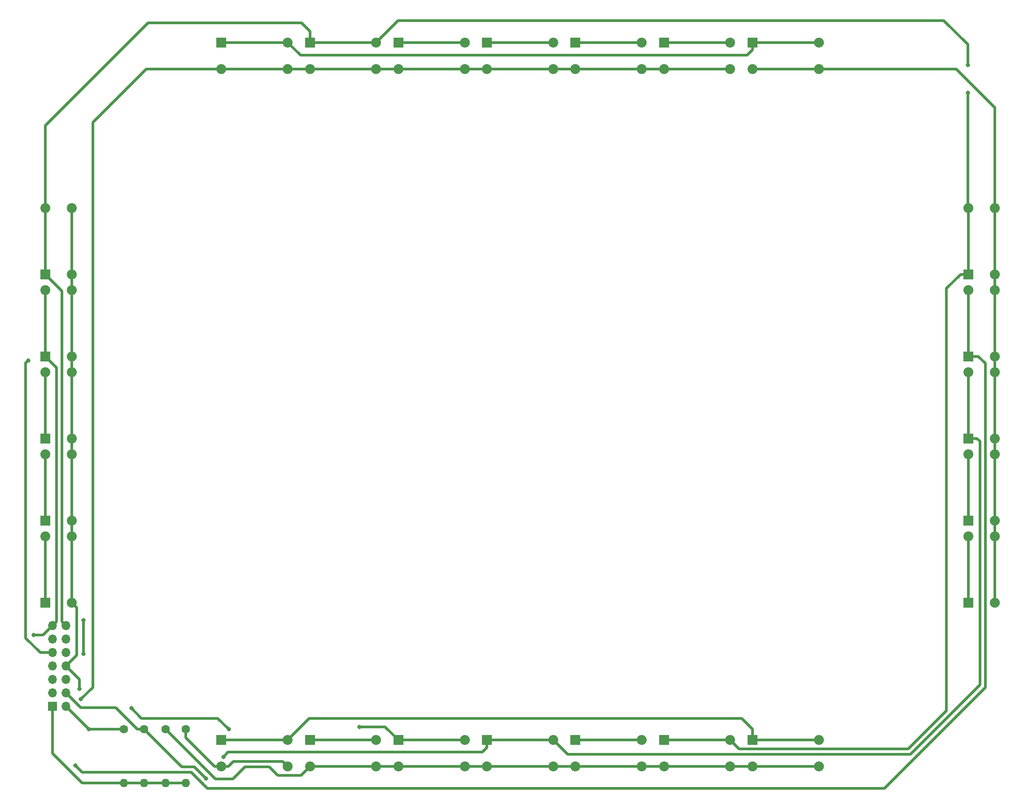
<source format=gbr>
%TF.GenerationSoftware,KiCad,Pcbnew,(5.1.9)-1*%
%TF.CreationDate,2021-01-20T11:54:18+01:00*%
%TF.ProjectId,mfd-pcb,6d66642d-7063-4622-9e6b-696361645f70,0.1*%
%TF.SameCoordinates,Original*%
%TF.FileFunction,Copper,L1,Top*%
%TF.FilePolarity,Positive*%
%FSLAX46Y46*%
G04 Gerber Fmt 4.6, Leading zero omitted, Abs format (unit mm)*
G04 Created by KiCad (PCBNEW (5.1.9)-1) date 2021-01-20 11:54:18*
%MOMM*%
%LPD*%
G01*
G04 APERTURE LIST*
%TA.AperFunction,ComponentPad*%
%ADD10R,1.875000X1.875000*%
%TD*%
%TA.AperFunction,ComponentPad*%
%ADD11C,1.875000*%
%TD*%
%TA.AperFunction,ComponentPad*%
%ADD12O,1.700000X1.700000*%
%TD*%
%TA.AperFunction,ComponentPad*%
%ADD13R,1.700000X1.700000*%
%TD*%
%TA.AperFunction,ComponentPad*%
%ADD14O,1.600000X1.600000*%
%TD*%
%TA.AperFunction,ComponentPad*%
%ADD15C,1.600000*%
%TD*%
%TA.AperFunction,ViaPad*%
%ADD16C,0.800000*%
%TD*%
%TA.AperFunction,Conductor*%
%ADD17C,0.500000*%
%TD*%
G04 APERTURE END LIST*
D10*
%TO.P,S22,1*%
%TO.N,/Column2*%
X128192538Y-146021118D03*
D11*
%TO.P,S22,3*%
%TO.N,/Row3*%
X133192538Y-146021118D03*
%TO.P,S22,2*%
%TO.N,/Column2*%
X128192538Y-133521118D03*
%TO.P,S22,4*%
%TO.N,/Row3*%
X133192538Y-133521118D03*
%TD*%
D12*
%TO.P,J0,14*%
%TO.N,/Column1*%
X132080000Y-181356000D03*
%TO.P,J0,13*%
%TO.N,/Column3*%
X129540000Y-181356000D03*
%TO.P,J0,12*%
%TO.N,/Column4*%
X132080000Y-183896000D03*
%TO.P,J0,11*%
%TO.N,/Column2*%
X129540000Y-183896000D03*
%TO.P,J0,10*%
%TO.N,/Column5*%
X132080000Y-186436000D03*
%TO.P,J0,9*%
%TO.N,/Column0*%
X129540000Y-186436000D03*
%TO.P,J0,8*%
%TO.N,/Row3*%
X132080000Y-188976000D03*
%TO.P,J0,7*%
%TO.N,Net-(J0-Pad7)*%
X129540000Y-188976000D03*
%TO.P,J0,6*%
%TO.N,/Row2*%
X132080000Y-191516000D03*
%TO.P,J0,5*%
%TO.N,Net-(J0-Pad5)*%
X129540000Y-191516000D03*
%TO.P,J0,4*%
%TO.N,/Row1*%
X132080000Y-194056000D03*
%TO.P,J0,3*%
%TO.N,Net-(J0-Pad3)*%
X129540000Y-194056000D03*
%TO.P,J0,2*%
%TO.N,/Row0*%
X132080000Y-196596000D03*
D13*
%TO.P,J0,1*%
%TO.N,GND*%
X129540000Y-196596000D03*
%TD*%
D14*
%TO.P,R3,2*%
%TO.N,GND*%
X154686000Y-211074000D03*
D15*
%TO.P,R3,1*%
%TO.N,/Row3*%
X154686000Y-200914000D03*
%TD*%
D14*
%TO.P,R2,2*%
%TO.N,GND*%
X150876000Y-211074000D03*
D15*
%TO.P,R2,1*%
%TO.N,/Row2*%
X150876000Y-200914000D03*
%TD*%
D14*
%TO.P,R1,2*%
%TO.N,GND*%
X146812000Y-211074000D03*
D15*
%TO.P,R1,1*%
%TO.N,/Row1*%
X146812000Y-200914000D03*
%TD*%
D14*
%TO.P,R0,2*%
%TO.N,GND*%
X143002000Y-211074000D03*
D15*
%TO.P,R0,1*%
%TO.N,/Row0*%
X143002000Y-200914000D03*
%TD*%
D10*
%TO.P,S19,1*%
%TO.N,/Column5*%
X128192538Y-177021118D03*
D11*
%TO.P,S19,3*%
%TO.N,/Row3*%
X133192538Y-177021118D03*
%TO.P,S19,2*%
%TO.N,/Column5*%
X128192538Y-164521118D03*
%TO.P,S19,4*%
%TO.N,/Row3*%
X133192538Y-164521118D03*
%TD*%
D10*
%TO.P,S10,1*%
%TO.N,/Column4*%
X302392563Y-161521118D03*
D11*
%TO.P,S10,3*%
%TO.N,/Row1*%
X307392563Y-161521118D03*
%TO.P,S10,2*%
%TO.N,/Column4*%
X302392563Y-149021118D03*
%TO.P,S10,4*%
%TO.N,/Row1*%
X307392563Y-149021118D03*
%TD*%
D10*
%TO.P,S0,1*%
%TO.N,/Column0*%
X161442538Y-71241118D03*
D11*
%TO.P,S0,3*%
%TO.N,/Row0*%
X161442538Y-76241118D03*
%TO.P,S0,2*%
%TO.N,/Column0*%
X173942538Y-71241118D03*
%TO.P,S0,4*%
%TO.N,/Row0*%
X173942538Y-76241118D03*
%TD*%
D10*
%TO.P,S2,1*%
%TO.N,/Column2*%
X194842538Y-71241118D03*
D11*
%TO.P,S2,3*%
%TO.N,/Row0*%
X194842538Y-76241118D03*
%TO.P,S2,2*%
%TO.N,/Column2*%
X207342538Y-71241118D03*
%TO.P,S2,4*%
%TO.N,/Row0*%
X207342538Y-76241118D03*
%TD*%
D10*
%TO.P,S6,1*%
%TO.N,/Column0*%
X261642538Y-71241118D03*
D11*
%TO.P,S6,3*%
%TO.N,/Row1*%
X261642538Y-76241118D03*
%TO.P,S6,2*%
%TO.N,/Column0*%
X274142538Y-71241118D03*
%TO.P,S6,4*%
%TO.N,/Row1*%
X274142538Y-76241118D03*
%TD*%
D10*
%TO.P,S8,1*%
%TO.N,/Column2*%
X302392563Y-130521118D03*
D11*
%TO.P,S8,3*%
%TO.N,/Row1*%
X307392563Y-130521118D03*
%TO.P,S8,2*%
%TO.N,/Column2*%
X302392563Y-118021118D03*
%TO.P,S8,4*%
%TO.N,/Row1*%
X307392563Y-118021118D03*
%TD*%
D10*
%TO.P,S9,1*%
%TO.N,/Column3*%
X302392563Y-146021118D03*
D11*
%TO.P,S9,3*%
%TO.N,/Row1*%
X307392563Y-146021118D03*
%TO.P,S9,2*%
%TO.N,/Column3*%
X302392563Y-133521118D03*
%TO.P,S9,4*%
%TO.N,/Row1*%
X307392563Y-133521118D03*
%TD*%
D10*
%TO.P,S11,1*%
%TO.N,/Column5*%
X302392563Y-177021118D03*
D11*
%TO.P,S11,3*%
%TO.N,/Row1*%
X307392563Y-177021118D03*
%TO.P,S11,2*%
%TO.N,/Column5*%
X302392563Y-164521118D03*
%TO.P,S11,4*%
%TO.N,/Row1*%
X307392563Y-164521118D03*
%TD*%
D10*
%TO.P,S12,1*%
%TO.N,/Column0*%
X261642538Y-202971118D03*
D11*
%TO.P,S12,3*%
%TO.N,/Row2*%
X261642538Y-207971118D03*
%TO.P,S12,2*%
%TO.N,/Column0*%
X274142538Y-202971118D03*
%TO.P,S12,4*%
%TO.N,/Row2*%
X274142538Y-207971118D03*
%TD*%
D10*
%TO.P,S7,1*%
%TO.N,/Column1*%
X302392563Y-115021118D03*
D11*
%TO.P,S7,3*%
%TO.N,/Row1*%
X307392563Y-115021118D03*
%TO.P,S7,2*%
%TO.N,/Column1*%
X302392563Y-102521118D03*
%TO.P,S7,4*%
%TO.N,/Row1*%
X307392563Y-102521118D03*
%TD*%
D10*
%TO.P,S13,1*%
%TO.N,/Column1*%
X244942538Y-202971118D03*
D11*
%TO.P,S13,3*%
%TO.N,/Row2*%
X244942538Y-207971118D03*
%TO.P,S13,2*%
%TO.N,/Column1*%
X257442538Y-202971118D03*
%TO.P,S13,4*%
%TO.N,/Row2*%
X257442538Y-207971118D03*
%TD*%
D10*
%TO.P,S3,1*%
%TO.N,/Column3*%
X211542538Y-71241118D03*
D11*
%TO.P,S3,3*%
%TO.N,/Row0*%
X211542538Y-76241118D03*
%TO.P,S3,2*%
%TO.N,/Column3*%
X224042538Y-71241118D03*
%TO.P,S3,4*%
%TO.N,/Row0*%
X224042538Y-76241118D03*
%TD*%
D10*
%TO.P,S4,1*%
%TO.N,/Column4*%
X228242538Y-71241118D03*
D11*
%TO.P,S4,3*%
%TO.N,/Row0*%
X228242538Y-76241118D03*
%TO.P,S4,2*%
%TO.N,/Column4*%
X240742538Y-71241118D03*
%TO.P,S4,4*%
%TO.N,/Row0*%
X240742538Y-76241118D03*
%TD*%
D10*
%TO.P,S5,1*%
%TO.N,/Column5*%
X244942538Y-71241118D03*
D11*
%TO.P,S5,3*%
%TO.N,/Row0*%
X244942538Y-76241118D03*
%TO.P,S5,2*%
%TO.N,/Column5*%
X257442538Y-71241118D03*
%TO.P,S5,4*%
%TO.N,/Row0*%
X257442538Y-76241118D03*
%TD*%
D10*
%TO.P,S1,1*%
%TO.N,/Column1*%
X178142538Y-71241118D03*
D11*
%TO.P,S1,3*%
%TO.N,/Row0*%
X178142538Y-76241118D03*
%TO.P,S1,2*%
%TO.N,/Column1*%
X190642538Y-71241118D03*
%TO.P,S1,4*%
%TO.N,/Row0*%
X190642538Y-76241118D03*
%TD*%
D10*
%TO.P,S20,1*%
%TO.N,/Column4*%
X128192538Y-161521118D03*
D11*
%TO.P,S20,3*%
%TO.N,/Row3*%
X133192538Y-161521118D03*
%TO.P,S20,2*%
%TO.N,/Column4*%
X128192538Y-149021118D03*
%TO.P,S20,4*%
%TO.N,/Row3*%
X133192538Y-149021118D03*
%TD*%
D10*
%TO.P,S15,1*%
%TO.N,/Column3*%
X211542538Y-202971118D03*
D11*
%TO.P,S15,3*%
%TO.N,/Row2*%
X211542538Y-207971118D03*
%TO.P,S15,2*%
%TO.N,/Column3*%
X224042538Y-202971118D03*
%TO.P,S15,4*%
%TO.N,/Row2*%
X224042538Y-207971118D03*
%TD*%
D10*
%TO.P,S21,1*%
%TO.N,/Column3*%
X128192538Y-130521118D03*
D11*
%TO.P,S21,3*%
%TO.N,/Row3*%
X133192538Y-130521118D03*
%TO.P,S21,2*%
%TO.N,/Column3*%
X128192538Y-118021118D03*
%TO.P,S21,4*%
%TO.N,/Row3*%
X133192538Y-118021118D03*
%TD*%
D10*
%TO.P,S14,1*%
%TO.N,/Column2*%
X228242538Y-202971118D03*
D11*
%TO.P,S14,3*%
%TO.N,/Row2*%
X228242538Y-207971118D03*
%TO.P,S14,2*%
%TO.N,/Column2*%
X240742538Y-202971118D03*
%TO.P,S14,4*%
%TO.N,/Row2*%
X240742538Y-207971118D03*
%TD*%
D10*
%TO.P,S17,1*%
%TO.N,/Column5*%
X178142538Y-202971118D03*
D11*
%TO.P,S17,3*%
%TO.N,/Row2*%
X178142538Y-207971118D03*
%TO.P,S17,2*%
%TO.N,/Column5*%
X190642538Y-202971118D03*
%TO.P,S17,4*%
%TO.N,/Row2*%
X190642538Y-207971118D03*
%TD*%
D10*
%TO.P,S16,1*%
%TO.N,/Column4*%
X194842538Y-202971118D03*
D11*
%TO.P,S16,3*%
%TO.N,/Row2*%
X194842538Y-207971118D03*
%TO.P,S16,2*%
%TO.N,/Column4*%
X207342538Y-202971118D03*
%TO.P,S16,4*%
%TO.N,/Row2*%
X207342538Y-207971118D03*
%TD*%
D10*
%TO.P,S18,1*%
%TO.N,/Column0*%
X161442538Y-202971118D03*
D11*
%TO.P,S18,3*%
%TO.N,/Row3*%
X161442538Y-207971118D03*
%TO.P,S18,2*%
%TO.N,/Column0*%
X173942538Y-202971118D03*
%TO.P,S18,4*%
%TO.N,/Row3*%
X173942538Y-207971118D03*
%TD*%
D10*
%TO.P,S23,1*%
%TO.N,/Column1*%
X128192538Y-115021118D03*
D11*
%TO.P,S23,3*%
%TO.N,/Row3*%
X133192538Y-115021118D03*
%TO.P,S23,2*%
%TO.N,/Column1*%
X128192538Y-102521118D03*
%TO.P,S23,4*%
%TO.N,/Row3*%
X133192538Y-102521118D03*
%TD*%
D16*
%TO.N,/Column0*%
X124968000Y-131318000D03*
%TO.N,/Row0*%
X136398000Y-200914000D03*
X134929008Y-195229354D03*
%TO.N,/Column1*%
X302260000Y-75488800D03*
X302260000Y-80746600D03*
%TO.N,/Column2*%
X133858000Y-207772000D03*
%TO.N,/Column3*%
X161797992Y-206128000D03*
X125984000Y-183134000D03*
%TO.N,/Column4*%
X187452000Y-200446117D03*
X135382000Y-186690000D03*
X135382000Y-180340000D03*
%TO.N,/Column5*%
X162814000Y-200914000D03*
X144450180Y-196925820D03*
%TO.N,/Row1*%
X158549181Y-210258819D03*
%TO.N,/Row3*%
X134620000Y-193294000D03*
%TD*%
D17*
%TO.N,/Column0*%
X161442538Y-71241118D02*
X173942538Y-71241118D01*
X261642538Y-71241118D02*
X274142538Y-71241118D01*
X274142538Y-202971118D02*
X261642538Y-202971118D01*
X173942538Y-202971118D02*
X161442538Y-202971118D01*
X127254000Y-186436000D02*
X129540000Y-186436000D01*
X124517537Y-183699537D02*
X127254000Y-186436000D01*
X124517537Y-131768463D02*
X124517537Y-183699537D01*
X124968000Y-131318000D02*
X124517537Y-131768463D01*
X261642538Y-72621462D02*
X261642538Y-71241118D01*
X260604000Y-73660000D02*
X261642538Y-72621462D01*
X176361420Y-73660000D02*
X260604000Y-73660000D01*
X173942538Y-71241118D02*
X176361420Y-73660000D01*
X178031656Y-198882000D02*
X173942538Y-202971118D01*
X259588000Y-198882000D02*
X178031656Y-198882000D01*
X261642538Y-200936538D02*
X259588000Y-198882000D01*
X261642538Y-202971118D02*
X261642538Y-200936538D01*
%TO.N,/Row0*%
X257442538Y-76241118D02*
X244942538Y-76241118D01*
X217609536Y-76241118D02*
X161442538Y-76241118D01*
X244942538Y-76241118D02*
X217609536Y-76241118D01*
X136398000Y-200914000D02*
X132080000Y-196596000D01*
X143002000Y-200914000D02*
X136398000Y-200914000D01*
X137160000Y-93472000D02*
X137160000Y-94113272D01*
X137160000Y-192998362D02*
X137160000Y-93472000D01*
X134929008Y-195229354D02*
X137160000Y-192998362D01*
X137160000Y-86360000D02*
X137160000Y-93472000D01*
X147278882Y-76241118D02*
X137160000Y-86360000D01*
X161442538Y-76241118D02*
X147278882Y-76241118D01*
%TO.N,/Column1*%
X178142538Y-71241118D02*
X190642538Y-71241118D01*
X128192538Y-115021118D02*
X128192538Y-102521118D01*
X302392563Y-115021118D02*
X302392563Y-102521118D01*
X257442538Y-202971118D02*
X244942538Y-202971118D01*
X302285400Y-80772000D02*
X302260000Y-80746600D01*
X302285400Y-102413955D02*
X302285400Y-80772000D01*
X302392563Y-102521118D02*
X302285400Y-102413955D01*
X300955063Y-115021118D02*
X298267573Y-117708608D01*
X302392563Y-115021118D02*
X300955063Y-115021118D01*
X298267573Y-186507573D02*
X298267573Y-187126427D01*
X298267573Y-117708608D02*
X298267573Y-186507573D01*
X128192538Y-115021118D02*
X131318000Y-118146580D01*
X259130038Y-204658618D02*
X291005154Y-204658618D01*
X257442538Y-202971118D02*
X259130038Y-204658618D01*
X291005154Y-204658618D02*
X298267573Y-197396199D01*
X298267573Y-197396199D02*
X298267573Y-186507573D01*
X178142538Y-69176538D02*
X178142538Y-71241118D01*
X176532117Y-67566117D02*
X178142538Y-69176538D01*
X147571883Y-67566117D02*
X176532117Y-67566117D01*
X128192538Y-86945462D02*
X147571883Y-67566117D01*
X128192538Y-102521118D02*
X128192538Y-86945462D01*
X302260000Y-71628000D02*
X302260000Y-75488800D01*
X297748128Y-67116128D02*
X302260000Y-71628000D01*
X194767528Y-67116128D02*
X297748128Y-67116128D01*
X190642538Y-71241118D02*
X194767528Y-67116128D01*
X131318000Y-180594000D02*
X132080000Y-181356000D01*
X131318000Y-118146580D02*
X131318000Y-180594000D01*
%TO.N,/Column2*%
X194842538Y-71241118D02*
X207342538Y-71241118D01*
X128192538Y-146021118D02*
X128192538Y-133521118D01*
X302392563Y-130521118D02*
X302392563Y-118021118D01*
X240742538Y-202971118D02*
X228242538Y-202971118D01*
X135128000Y-209042000D02*
X133858000Y-207772000D01*
X155706001Y-209042000D02*
X135128000Y-209042000D01*
X158754001Y-212090000D02*
X155706001Y-209042000D01*
X286512000Y-212090000D02*
X158754001Y-212090000D01*
X305562000Y-193040000D02*
X286512000Y-212090000D01*
X305562000Y-131826000D02*
X305562000Y-193040000D01*
X304257118Y-130521118D02*
X305562000Y-131826000D01*
X302392563Y-130521118D02*
X304257118Y-130521118D01*
%TO.N,/Column3*%
X211542538Y-71241118D02*
X224042538Y-71241118D01*
X128192538Y-130521118D02*
X128192538Y-118021118D01*
X302392563Y-146021118D02*
X302392563Y-133521118D01*
X224042538Y-202971118D02*
X211542538Y-202971118D01*
X162693992Y-205232000D02*
X161797992Y-206128000D01*
X210719156Y-205232000D02*
X162693992Y-205232000D01*
X211542538Y-204408618D02*
X210719156Y-205232000D01*
X211542538Y-202971118D02*
X211542538Y-204408618D01*
X130302000Y-180594000D02*
X129540000Y-181356000D01*
X130302000Y-132630580D02*
X130302000Y-180594000D01*
X128192538Y-130521118D02*
X130302000Y-132630580D01*
X129540000Y-181356000D02*
X127762000Y-183134000D01*
X127762000Y-183134000D02*
X125984000Y-183134000D01*
X304546000Y-146558000D02*
X304009118Y-146021118D01*
X304546000Y-192532000D02*
X304546000Y-146558000D01*
X291419371Y-205658629D02*
X304546000Y-192532000D01*
X304009118Y-146021118D02*
X302392563Y-146021118D01*
X226730049Y-205658629D02*
X291419371Y-205658629D01*
X224042538Y-202971118D02*
X226730049Y-205658629D01*
%TO.N,/Column4*%
X228242538Y-71241118D02*
X240742538Y-71241118D01*
X128192538Y-161521118D02*
X128192538Y-149021118D01*
X302392563Y-161521118D02*
X302392563Y-149021118D01*
X207342538Y-202971118D02*
X194842538Y-202971118D01*
X192317537Y-200446117D02*
X187452000Y-200446117D01*
X194842538Y-202971118D02*
X192317537Y-200446117D01*
X135382000Y-186690000D02*
X135382000Y-180340000D01*
%TO.N,/Column5*%
X244942538Y-71241118D02*
X257442538Y-71241118D01*
X128192538Y-177021118D02*
X128192538Y-164521118D01*
X302392563Y-177021118D02*
X302392563Y-164521118D01*
X190642538Y-202971118D02*
X178142538Y-202971118D01*
X162814000Y-200914000D02*
X160746488Y-198846488D01*
X160746488Y-198846488D02*
X146370848Y-198846488D01*
X146370848Y-198846488D02*
X144450180Y-196925820D01*
%TO.N,/Row1*%
X274142538Y-76241118D02*
X262016718Y-76241118D01*
X262016718Y-76241118D02*
X261642538Y-76241118D01*
X307392563Y-102521118D02*
X307392563Y-177021118D01*
X307392563Y-83542363D02*
X307392563Y-102521118D01*
X300091318Y-76241118D02*
X307392563Y-83542363D01*
X274142538Y-76241118D02*
X300091318Y-76241118D01*
X134874000Y-196850000D02*
X132080000Y-194056000D01*
X141478000Y-196850000D02*
X134874000Y-196850000D01*
X145542000Y-200914000D02*
X141478000Y-196850000D01*
X146812000Y-200914000D02*
X145542000Y-200914000D01*
X156332351Y-208041989D02*
X158549181Y-210258819D01*
X153939989Y-208041989D02*
X156332351Y-208041989D01*
X146812000Y-200914000D02*
X153939989Y-208041989D01*
%TO.N,/Row2*%
X178142538Y-207971118D02*
X274142538Y-207971118D01*
X160274000Y-210312000D02*
X150876000Y-200914000D01*
X165862000Y-208026000D02*
X163576000Y-210312000D01*
X163576000Y-210312000D02*
X160274000Y-210312000D01*
X170434000Y-208026000D02*
X165862000Y-208026000D01*
X172066619Y-209658619D02*
X170434000Y-208026000D01*
X176455037Y-209658619D02*
X172066619Y-209658619D01*
X178142538Y-207971118D02*
X176455037Y-209658619D01*
%TO.N,/Row3*%
X133192538Y-102521118D02*
X133192538Y-177021118D01*
X160116713Y-207971118D02*
X154686000Y-202540405D01*
X154686000Y-202540405D02*
X154686000Y-200914000D01*
X161442538Y-207971118D02*
X160116713Y-207971118D01*
X173942538Y-207971118D02*
X172997409Y-207025989D01*
X163713492Y-207025989D02*
X162768363Y-207971118D01*
X172997409Y-207025989D02*
X163713492Y-207025989D01*
X162768363Y-207971118D02*
X161442538Y-207971118D01*
X134130037Y-186925963D02*
X132080000Y-188976000D01*
X134130037Y-177958617D02*
X134130037Y-186925963D01*
X133192538Y-177021118D02*
X134130037Y-177958617D01*
X134620000Y-191516000D02*
X132080000Y-188976000D01*
X134620000Y-193294000D02*
X134620000Y-191516000D01*
%TO.N,GND*%
X154686000Y-211074000D02*
X143002000Y-211074000D01*
X129540000Y-205486000D02*
X129540000Y-196596000D01*
X135128000Y-211074000D02*
X129540000Y-205486000D01*
X143002000Y-211074000D02*
X135128000Y-211074000D01*
%TD*%
M02*

</source>
